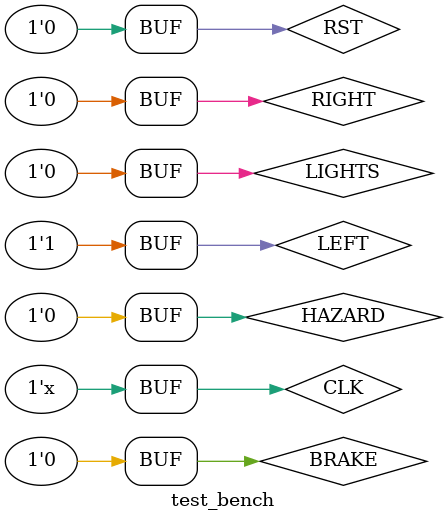
<source format=v>
`timescale 1ns/1ns


module test_bench;

reg CLK, RST, LEFT, RIGHT, BRAKE, HAZARD, LIGHTS;
wire [5:0] LEDS;

initial 
begin	
  #0 CLK <= 1'b0;
  #0 RST <= 1'b1;
 
 #0 LEFT <= 1'b0;
 #0 RIGHT <= 1'b0;
 #0 BRAKE <= 1'b0;
 #0 HAZARD <= 1'b0;
 #0 LIGHTS <= 1'b0;

#20 RST <= 1'b0;

#25 LEFT <= 1'b1;

 end
 
 always #10 CLK <= ~CLK;
 
 

main main01(CLK,RST,LEFT,RIGHT,BRAKE,HAZARD,LIGHTS,LEDS);


endmodule

</source>
